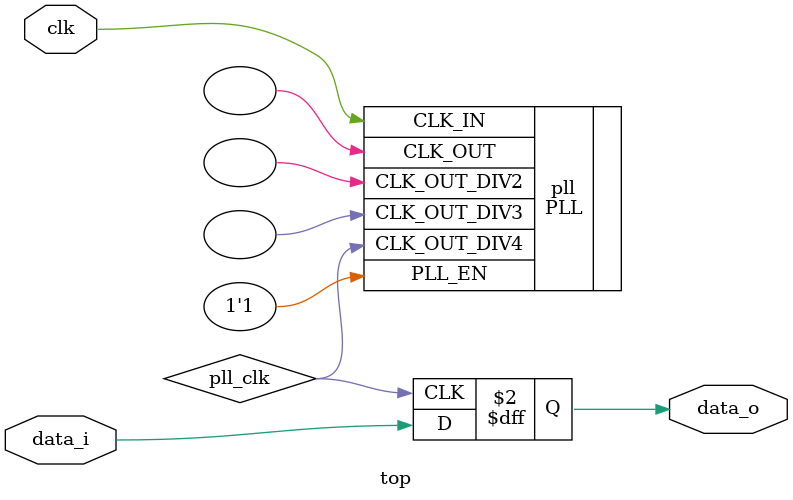
<source format=v>

/*
  Primitive Description:

                      |---------------------------------------------|
                      |                                             |
                      |              |-----| -->                    |
                clk --|--> I_BUF --> | PLL | -->                    |
                      |              |     | -->                    |
                      |              |-----| -->                    |
                      |                                             |
             data_i --|--> I_BUF                                    |
                      |                                             |
                      |                                     O_BUF --|--> data_o
                      |                                             |
                      |---------------------------------------------|

  SW Readiness:

    SYN:: Yes
    PPDB:: No
    BitGen:: No

  Testing (Simulation/Emulator):

    Not Yet

  Source:

    GJC-22
*/

module top (
  input wire clk,
  input wire data_i,
  output reg data_o
);
  wire pll_clk;
  PLL #(
    .PLL_MULT(16),
    .PLL_DIV(1),
    .PLL_POST_DIV(2)
  ) pll (
    .PLL_EN(1'b1),
    .CLK_IN(clk),
    .CLK_OUT(),
    .CLK_OUT_DIV2(),
    .CLK_OUT_DIV3(),
    .CLK_OUT_DIV4(pll_clk)
  );
  always @ (posedge pll_clk) begin
    data_o <= data_i;
  end

endmodule

</source>
